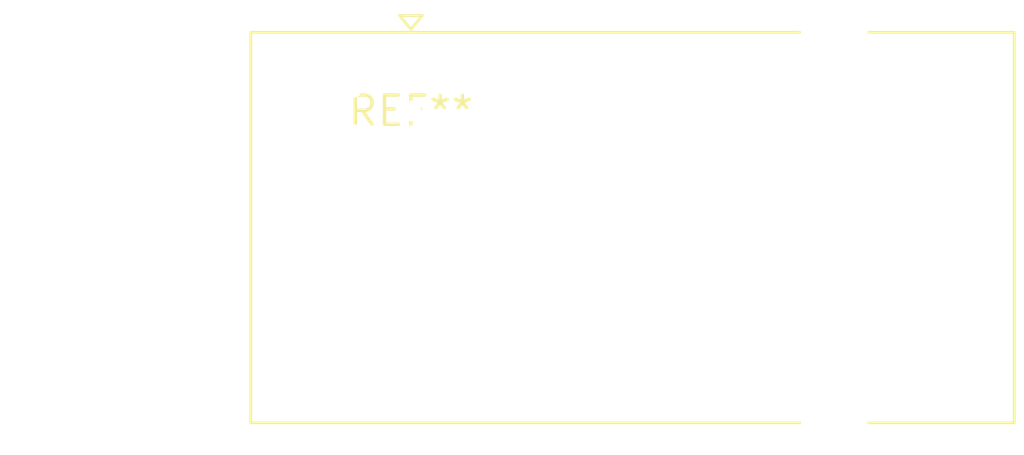
<source format=kicad_pcb>
(kicad_pcb (version 20240108) (generator pcbnew)
  (layers (0 "F.Cu" signal) (31 "B.Cu" signal) (34 "B.Paste" user) (35 "F.Paste" user) (36 "B.SilkS" user "B.Silkscreen") (37 "F.SilkS" user "F.Silkscreen") (38 "B.Mask" user) (39 "F.Mask" user) (44 "Edge.Cuts" user))
  (net 0 "")
  (footprint "RJ45_Pulse_JK0654219NL_Horizontal" (layer "F.Cu") (at 0 0)
    (property "Reference" "REF**")
    (property "Value" "RJ45_Pulse_JK0654219NL_Horizontal")
    (fp_line (start -6.97 -3.42) (end 16.91 -3.42) (layer "F.SilkS") (stroke (width 0.12)))
    (fp_line (start -6.97 13.57) (end -6.97 -3.42) (layer "F.SilkS") (stroke (width 0.12)))
    (fp_line (start -0.5 -4.15) (end 0 -3.55) (layer "F.SilkS") (stroke (width 0.12)))
    (fp_line (start -0.5 -4.15) (end 0.5 -4.15) (layer "F.SilkS") (stroke (width 0.12)))
    (fp_line (start 0.5 -4.15) (end 0 -3.55) (layer "F.SilkS") (stroke (width 0.12)))
    (fp_line (start 16.92 13.57) (end -6.97 13.57) (layer "F.SilkS") (stroke (width 0.12)))
    (fp_line (start 26.25 -3.42) (end 19.92 -3.42) (layer "F.SilkS") (stroke (width 0.12)))
    (fp_line (start 26.25 13.57) (end 19.91 13.57) (layer "F.SilkS") (stroke (width 0.12)))
    (fp_line (start 26.25 13.57) (end 26.25 -3.42) (layer "F.SilkS") (stroke (width 0.12)))
    (pad "" np_thru_hole circle (at 15.24 -1.27 180) (size 3.2 3.2) (drill 3.2) (layers *.Cu *.Mask))
    (pad "" np_thru_hole circle (at 15.24 11.43 180) (size 3.2 3.2) (drill 3.2) (layers *.Cu *.Mask))
    (pad "1" thru_hole rect (at 0 0 180) (size 1.524 1.524) (drill 0.89) (layers *.Cu *.Mask) (remove_unused_layers))
    (pad "2" thru_hole circle (at 0 2.032 180) (size 1.524 1.524) (drill 0.89) (layers *.Cu *.Mask) (remove_unused_layers))
    (pad "3" thru_hole circle (at 0 4.064 180) (size 1.524 1.524) (drill 0.89) (layers *.Cu *.Mask) (remove_unused_layers))
    (pad "4" thru_hole circle (at 0 6.096 180) (size 1.524 1.524) (drill 0.89) (layers *.Cu *.Mask) (remove_unused_layers))
    (pad "5" thru_hole circle (at 0 8.128 180) (size 1.524 1.524) (drill 0.89) (layers *.Cu *.Mask) (remove_unused_layers))
    (pad "6" thru_hole circle (at 0 10.16 180) (size 1.524 1.524) (drill 0.89) (layers *.Cu *.Mask) (remove_unused_layers))
    (pad "7" thru_hole circle (at -2.54 -1.016 180) (size 1.524 1.524) (drill 0.89) (layers *.Cu *.Mask) (remove_unused_layers))
    (pad "8" thru_hole circle (at -2.54 1.016 180) (size 1.524 1.524) (drill 0.89) (layers *.Cu *.Mask) (remove_unused_layers))
    (pad "9" thru_hole circle (at -2.54 3.048 180) (size 1.524 1.524) (drill 0.89) (layers *.Cu *.Mask) (remove_unused_layers))
    (pad "10" thru_hole circle (at -2.54 7.112 180) (size 1.524 1.524) (drill 0.89) (layers *.Cu *.Mask) (remove_unused_layers))
    (pad "11" thru_hole circle (at -2.54 9.144 180) (size 1.524 1.524) (drill 0.89) (layers *.Cu *.Mask) (remove_unused_layers))
    (pad "12" thru_hole circle (at -2.54 11.176 180) (size 1.524 1.524) (drill 0.89) (layers *.Cu *.Mask) (remove_unused_layers))
    (pad "13" thru_hole circle (at -5.08 -1.016 180) (size 1.8 1.8) (drill 1.025) (layers *.Cu *.Mask) (remove_unused_layers))
    (pad "14" thru_hole circle (at -5.08 1.524 180) (size 1.8 1.8) (drill 1.025) (layers *.Cu *.Mask) (remove_unused_layers))
    (pad "15" thru_hole circle (at -5.08 8.636 180) (size 1.8 1.8) (drill 1.025) (layers *.Cu *.Mask) (remove_unused_layers))
    (pad "16" thru_hole circle (at -5.08 11.176 180) (size 1.8 1.8) (drill 1.025) (layers *.Cu *.Mask) (remove_unused_layers))
    (pad "SH" thru_hole circle (at 18.415 -2.9845 180) (size 2.63 2.63) (drill 1.57) (layers *.Cu *.Mask) (remove_unused_layers))
    (pad "SH" thru_hole circle (at 18.415 13.1445 180) (size 2.61 2.61) (drill 1.57) (layers *.Cu *.Mask) (remove_unused_layers))
  )
)
</source>
